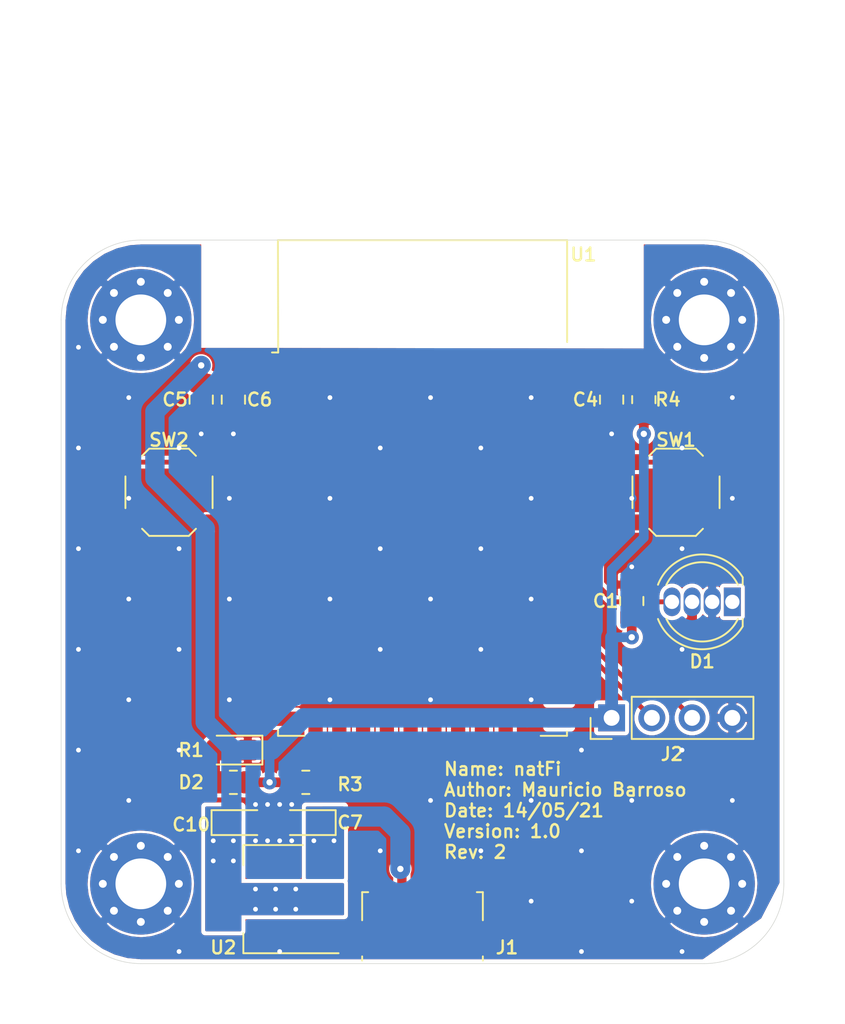
<source format=kicad_pcb>
(kicad_pcb (version 20171130) (host pcbnew 5.1.10-88a1d61d58~88~ubuntu20.10.1)
  (title_block (title natFi) (date 2021-05-14) (rev 1) (comment 3 "email: mauriciobarroso1990@gmail.com") (comment 4 "Author: Mauricio Barroso Benavides"))
  (layers (0 F.Cu signal) (31 B.Cu signal) (34 B.Paste user) (35 F.Paste user) (36 B.SilkS user) (37 F.SilkS user) (38 B.Mask user) (39 F.Mask user) (44 Edge.Cuts user))
  (net 0 "")
  (net 1 +3V3)
  (net 2 GND)
  (net 3 +5V)
  (net 4 /RGB)
  (net 5 "Net-(D2-Pad2)")
  (net 6 "Net-(J1-Pad6)")
  (net 7 /RXD)
  (net 8 /TXD)
  (net 9 "Net-(C4-Pad2)")
  (net 10 "Net-(SW2-Pad2)")
  (net 11 "Net-(R3-Pad1)")
  (module Resistor_SMD:R_0805_2012Metric_Pad1.20x1.40mm_HandSolder (layer F.Cu) (at 137.414 74.422)
    (fp_text reference R1 (at -2.667 -2.032) (layer F.SilkS) (effects (font (size 0.8128 0.8128) (thickness 0.1524))))
    (fp_text value 5.1K)
    (fp_line (start -0.227064 -0.735) (end 0.227064 -0.735) (layer F.SilkS) (width 0.12))
    (fp_line (start -0.227064 0.735) (end 0.227064 0.735) (layer F.SilkS) (width 0.12))
    (pad 1 smd roundrect (at -1 0) (size 1.2 1.4) (layers F.Cu F.Paste F.Mask) (roundrect_rratio 0.2083325) (net 5 "Net-(D2-Pad2)"))
    (pad 2 smd roundrect (at 1 0) (size 1.2 1.4) (layers F.Cu F.Paste F.Mask) (roundrect_rratio 0.2083325) (net 1 +3V3))
  )
  (module LED_SMD:LED_0805_2012Metric_Castellated (layer F.Cu) (at 137.3605 72.39 180)
    (fp_text reference D2 (at 2.6135 -2.032) (layer F.SilkS) (effects (font (size 0.8128 0.8128) (thickness 0.1524))))
    (fp_text value LED_PWR)
    (fp_line (start -1.885 0.91) (end 1 0.91) (layer F.SilkS) (width 0.12))
    (fp_line (start -1.885 -0.91) (end -1.885 0.91) (layer F.SilkS) (width 0.12))
    (fp_line (start 1 -0.91) (end -1.885 -0.91) (layer F.SilkS) (width 0.12))
    (pad 2 smd roundrect (at 0.9625 0 180) (size 1.325 1.3) (layers F.Cu F.Paste F.Mask) (roundrect_rratio 0.1923076923076923) (net 5 "Net-(D2-Pad2)"))
    (pad 1 smd roundrect (at -0.9625 0 180) (size 1.325 1.3) (layers F.Cu F.Paste F.Mask) (roundrect_rratio 0.1923076923076923) (net 2 GND))
  )
  (module Package_TO_SOT_SMD:SOT-223-3_TabPin2 (layer F.Cu) (at 139.954 81.788 180)
    (fp_text reference U2 (at 3.175 -3.048) (layer F.SilkS) (effects (font (size 0.8128 0.8128) (thickness 0.1524))))
    (fp_text value TLV1117-33)
    (fp_line (start -4.1 -3.41) (end 1.91 -3.41) (layer F.SilkS) (width 0.12))
    (fp_line (start -1.85 3.41) (end 1.91 3.41) (layer F.SilkS) (width 0.12))
    (fp_line (start 1.91 -3.41) (end 1.91 -2.15) (layer F.SilkS) (width 0.12))
    (fp_line (start 1.91 3.41) (end 1.91 2.15) (layer F.SilkS) (width 0.12))
    (pad 1 smd rect (at -3.15 -2.3 180) (size 2 1.5) (layers F.Cu F.Paste F.Mask) (net 2 GND))
    (pad 3 smd rect (at -3.15 2.3 180) (size 2 1.5) (layers F.Cu F.Paste F.Mask) (net 3 +5V))
    (pad 2 smd rect (at -3.15 0 180) (size 2 1.5) (layers F.Cu F.Paste F.Mask) (net 1 +3V3))
    (pad 2 smd rect (at 3.15 0 180) (size 2 3.8) (layers F.Cu F.Paste F.Mask) (net 1 +3V3))
  )
  (module Button_Switch_SMD:SW_SPST_TL3342 (layer F.Cu) (at 133.35 56.134 180)
    (fp_text reference SW2 (at 0 3.302) (layer F.SilkS) (effects (font (size 0.8128 0.8128) (thickness 0.1524))))
    (fp_text value BOOT)
    (fp_line (start -1.25 -2.75) (end 1.25 -2.75) (layer F.SilkS) (width 0.12))
    (fp_line (start -2.75 -1) (end -2.75 1) (layer F.SilkS) (width 0.12))
    (fp_line (start -1.25 2.75) (end 1.25 2.75) (layer F.SilkS) (width 0.12))
    (fp_line (start 2.75 -1) (end 2.75 1) (layer F.SilkS) (width 0.12))
    (fp_line (start -1.7 -2.3) (end -1.25 -2.75) (layer F.SilkS) (width 0.12))
    (fp_line (start 1.7 -2.3) (end 1.25 -2.75) (layer F.SilkS) (width 0.12))
    (fp_line (start 1.7 2.3) (end 1.25 2.75) (layer F.SilkS) (width 0.12))
    (fp_line (start -1.7 2.3) (end -1.25 2.75) (layer F.SilkS) (width 0.12))
    (pad 2 smd rect (at 3.15 1.9 180) (size 1.7 1) (layers F.Cu F.Paste F.Mask) (net 10 "Net-(SW2-Pad2)"))
    (pad 2 smd rect (at -3.15 1.9 180) (size 1.7 1) (layers F.Cu F.Paste F.Mask) (net 10 "Net-(SW2-Pad2)"))
    (pad 1 smd rect (at 3.15 -1.9 180) (size 1.7 1) (layers F.Cu F.Paste F.Mask) (net 2 GND))
    (pad 1 smd rect (at -3.15 -1.9 180) (size 1.7 1) (layers F.Cu F.Paste F.Mask) (net 2 GND))
  )
  (module Button_Switch_SMD:SW_SPST_TL3342 (layer F.Cu) (at 165.354 56.134 180)
    (fp_text reference SW1 (at 0 3.302) (layer F.SilkS) (effects (font (size 0.8128 0.8128) (thickness 0.1524))))
    (fp_text value RESET)
    (fp_line (start -1.25 -2.75) (end 1.25 -2.75) (layer F.SilkS) (width 0.12))
    (fp_line (start -2.75 -1) (end -2.75 1) (layer F.SilkS) (width 0.12))
    (fp_line (start -1.25 2.75) (end 1.25 2.75) (layer F.SilkS) (width 0.12))
    (fp_line (start 2.75 -1) (end 2.75 1) (layer F.SilkS) (width 0.12))
    (fp_line (start -1.7 -2.3) (end -1.25 -2.75) (layer F.SilkS) (width 0.12))
    (fp_line (start 1.7 -2.3) (end 1.25 -2.75) (layer F.SilkS) (width 0.12))
    (fp_line (start 1.7 2.3) (end 1.25 2.75) (layer F.SilkS) (width 0.12))
    (fp_line (start -1.7 2.3) (end -1.25 2.75) (layer F.SilkS) (width 0.12))
    (pad 2 smd rect (at 3.15 1.9 180) (size 1.7 1) (layers F.Cu F.Paste F.Mask) (net 9 "Net-(C4-Pad2)"))
    (pad 2 smd rect (at -3.15 1.9 180) (size 1.7 1) (layers F.Cu F.Paste F.Mask) (net 9 "Net-(C4-Pad2)"))
    (pad 1 smd rect (at 3.15 -1.9 180) (size 1.7 1) (layers F.Cu F.Paste F.Mask) (net 2 GND))
    (pad 1 smd rect (at -3.15 -1.9 180) (size 1.7 1) (layers F.Cu F.Paste F.Mask) (net 2 GND))
  )
  (module Connector_PinHeader_2.54mm:PinHeader_1x04_P2.54mm_Vertical (layer F.Cu) (at 161.29 70.358 90)
    (fp_text reference J2 (at -2.286 3.81 180) (layer F.SilkS) (effects (font (size 0.8128 0.8128) (thickness 0.1524))))
    (fp_text value CONN_PROG)
    (fp_line (start -1.33 -1.33) (end 0 -1.33) (layer F.SilkS) (width 0.12))
    (fp_line (start -1.33 0) (end -1.33 -1.33) (layer F.SilkS) (width 0.12))
    (fp_line (start -1.33 1.27) (end 1.33 1.27) (layer F.SilkS) (width 0.12))
    (fp_line (start 1.33 1.27) (end 1.33 8.95) (layer F.SilkS) (width 0.12))
    (fp_line (start -1.33 1.27) (end -1.33 8.95) (layer F.SilkS) (width 0.12))
    (fp_line (start -1.33 8.95) (end 1.33 8.95) (layer F.SilkS) (width 0.12))
    (pad 4 thru_hole oval (at 0 7.62 90) (size 1.7 1.7) (drill 1) (layers *.Cu *.Mask) (net 2 GND))
    (pad 3 thru_hole oval (at 0 5.08 90) (size 1.7 1.7) (drill 1) (layers *.Cu *.Mask) (net 7 /RXD))
    (pad 2 thru_hole oval (at 0 2.54 90) (size 1.7 1.7) (drill 1) (layers *.Cu *.Mask) (net 8 /TXD))
    (pad 1 thru_hole rect (at 0 0 90) (size 1.7 1.7) (drill 1) (layers *.Cu *.Mask) (net 1 +3V3))
  )
  (module MountingHole:MountingHole_3.2mm_M3_Pad_Via (layer F.Cu) (at 131.572 45.2628)
    (fp_text reference H4 hide)
    (fp_text value MountingHole_Pad)
    (pad 1 thru_hole circle (at 0 0) (size 6.4 6.4) (drill 3.2) (layers *.Cu *.Mask) (net 2 GND))
    (pad 1 thru_hole circle (at 2.4 0) (size 0.8 0.8) (drill 0.5) (layers *.Cu *.Mask) (net 2 GND))
    (pad 1 thru_hole circle (at 1.697056 1.697056) (size 0.8 0.8) (drill 0.5) (layers *.Cu *.Mask) (net 2 GND))
    (pad 1 thru_hole circle (at 0 2.4) (size 0.8 0.8) (drill 0.5) (layers *.Cu *.Mask) (net 2 GND))
    (pad 1 thru_hole circle (at -1.697056 1.697056) (size 0.8 0.8) (drill 0.5) (layers *.Cu *.Mask) (net 2 GND))
    (pad 1 thru_hole circle (at -2.4 0) (size 0.8 0.8) (drill 0.5) (layers *.Cu *.Mask) (net 2 GND))
    (pad 1 thru_hole circle (at -1.697056 -1.697056) (size 0.8 0.8) (drill 0.5) (layers *.Cu *.Mask) (net 2 GND))
    (pad 1 thru_hole circle (at 0 -2.4) (size 0.8 0.8) (drill 0.5) (layers *.Cu *.Mask) (net 2 GND))
    (pad 1 thru_hole circle (at 1.697056 -1.697056) (size 0.8 0.8) (drill 0.5) (layers *.Cu *.Mask) (net 2 GND))
  )
  (module MountingHole:MountingHole_3.2mm_M3_Pad_Via (layer F.Cu) (at 167.132 45.2628)
    (fp_text reference H3 hide)
    (fp_text value MountingHole_Pad)
    (pad 1 thru_hole circle (at 0 0) (size 6.4 6.4) (drill 3.2) (layers *.Cu *.Mask) (net 2 GND))
    (pad 1 thru_hole circle (at 2.4 0) (size 0.8 0.8) (drill 0.5) (layers *.Cu *.Mask) (net 2 GND))
    (pad 1 thru_hole circle (at 1.697056 1.697056) (size 0.8 0.8) (drill 0.5) (layers *.Cu *.Mask) (net 2 GND))
    (pad 1 thru_hole circle (at 0 2.4) (size 0.8 0.8) (drill 0.5) (layers *.Cu *.Mask) (net 2 GND))
    (pad 1 thru_hole circle (at -1.697056 1.697056) (size 0.8 0.8) (drill 0.5) (layers *.Cu *.Mask) (net 2 GND))
    (pad 1 thru_hole circle (at -2.4 0) (size 0.8 0.8) (drill 0.5) (layers *.Cu *.Mask) (net 2 GND))
    (pad 1 thru_hole circle (at -1.697056 -1.697056) (size 0.8 0.8) (drill 0.5) (layers *.Cu *.Mask) (net 2 GND))
    (pad 1 thru_hole circle (at 0 -2.4) (size 0.8 0.8) (drill 0.5) (layers *.Cu *.Mask) (net 2 GND))
    (pad 1 thru_hole circle (at 1.697056 -1.697056) (size 0.8 0.8) (drill 0.5) (layers *.Cu *.Mask) (net 2 GND))
  )
  (module MountingHole:MountingHole_3.2mm_M3_Pad_Via (layer F.Cu) (at 167.132 80.8228)
    (fp_text reference H2 hide)
    (fp_text value MountingHole_Pad)
    (pad 1 thru_hole circle (at 0 0) (size 6.4 6.4) (drill 3.2) (layers *.Cu *.Mask) (net 2 GND))
    (pad 1 thru_hole circle (at 2.4 0) (size 0.8 0.8) (drill 0.5) (layers *.Cu *.Mask) (net 2 GND))
    (pad 1 thru_hole circle (at 1.697056 1.697056) (size 0.8 0.8) (drill 0.5) (layers *.Cu *.Mask) (net 2 GND))
    (pad 1 thru_hole circle (at 0 2.4) (size 0.8 0.8) (drill 0.5) (layers *.Cu *.Mask) (net 2 GND))
    (pad 1 thru_hole circle (at -1.697056 1.697056) (size 0.8 0.8) (drill 0.5) (layers *.Cu *.Mask) (net 2 GND))
    (pad 1 thru_hole circle (at -2.4 0) (size 0.8 0.8) (drill 0.5) (layers *.Cu *.Mask) (net 2 GND))
    (pad 1 thru_hole circle (at -1.697056 -1.697056) (size 0.8 0.8) (drill 0.5) (layers *.Cu *.Mask) (net 2 GND))
    (pad 1 thru_hole circle (at 0 -2.4) (size 0.8 0.8) (drill 0.5) (layers *.Cu *.Mask) (net 2 GND))
    (pad 1 thru_hole circle (at 1.697056 -1.697056) (size 0.8 0.8) (drill 0.5) (layers *.Cu *.Mask) (net 2 GND))
  )
  (module MountingHole:MountingHole_3.2mm_M3_Pad_Via (layer F.Cu) (at 131.572 80.8228)
    (fp_text reference H1 hide)
    (fp_text value MountingHole_Pad)
    (pad 1 thru_hole circle (at 0 0) (size 6.4 6.4) (drill 3.2) (layers *.Cu *.Mask) (net 2 GND))
    (pad 1 thru_hole circle (at 2.4 0) (size 0.8 0.8) (drill 0.5) (layers *.Cu *.Mask) (net 2 GND))
    (pad 1 thru_hole circle (at 1.697056 1.697056) (size 0.8 0.8) (drill 0.5) (layers *.Cu *.Mask) (net 2 GND))
    (pad 1 thru_hole circle (at 0 2.4) (size 0.8 0.8) (drill 0.5) (layers *.Cu *.Mask) (net 2 GND))
    (pad 1 thru_hole circle (at -1.697056 1.697056) (size 0.8 0.8) (drill 0.5) (layers *.Cu *.Mask) (net 2 GND))
    (pad 1 thru_hole circle (at -2.4 0) (size 0.8 0.8) (drill 0.5) (layers *.Cu *.Mask) (net 2 GND))
    (pad 1 thru_hole circle (at -1.697056 -1.697056) (size 0.8 0.8) (drill 0.5) (layers *.Cu *.Mask) (net 2 GND))
    (pad 1 thru_hole circle (at 0 -2.4) (size 0.8 0.8) (drill 0.5) (layers *.Cu *.Mask) (net 2 GND))
    (pad 1 thru_hole circle (at 1.697056 -1.697056) (size 0.8 0.8) (drill 0.5) (layers *.Cu *.Mask) (net 2 GND))
  )
  (module RF_Module:ESP32-S2-WROVER (layer F.Cu) (at 149.352 59.69)
    (fp_text reference U1 (at 10.16 -18.542 180) (layer F.SilkS) (effects (font (size 0.8128 0.8128) (thickness 0.1524))))
    (fp_text value ESP32-S2-WROVER)
    (fp_line (start -9.12 11.8) (end -7.46 11.8) (layer F.SilkS) (width 0.12))
    (fp_line (start -9.12 11.44) (end -9.12 11.8) (layer F.SilkS) (width 0.12))
    (fp_line (start 9.12 11.8) (end 7.46 11.8) (layer F.SilkS) (width 0.12))
    (fp_line (start 9.12 11.54) (end 9.12 11.8) (layer F.SilkS) (width 0.12))
    (fp_line (start -9.125 -19.45) (end 9.13 -19.45) (layer F.SilkS) (width 0.12))
    (fp_line (start -9.11 -12.37) (end -9.125 -19.45) (layer F.SilkS) (width 0.12))
    (fp_line (start 9.13 -13.03) (end 9.13 -19.45) (layer F.SilkS) (width 0.12))
    (fp_line (start -9.11 -12.37) (end -9.5 -12.37) (layer F.SilkS) (width 0.12))
    (pad 43 smd rect (at -1.19 -3.735) (size 4.1 4.1) (layers F.Cu F.Paste F.Mask) (net 2 GND))
    (pad 42 smd rect (at 8.625 -11.675) (size 1.5 0.9) (layers F.Cu F.Paste F.Mask) (net 2 GND))
    (pad 41 smd rect (at 8.625 -10.275) (size 1.5 0.9) (layers F.Cu F.Paste F.Mask) (net 9 "Net-(C4-Pad2)"))
    (pad 40 smd rect (at 8.625 -8.775) (size 1.5 0.9) (layers F.Cu F.Paste F.Mask))
    (pad 39 smd rect (at 8.625 -7.175) (size 1.5 0.9) (layers F.Cu F.Paste F.Mask) (net 4 /RGB))
    (pad 25 smd rect (at 5.25 11.475) (size 0.9 1.5) (layers F.Cu F.Paste F.Mask))
    (pad 26 smd rect (at 6.75 11.475) (size 0.9 1.5) (layers F.Cu F.Paste F.Mask) (net 2 GND))
    (pad 27 smd rect (at 8.625 10.825) (size 1.5 0.9) (layers F.Cu F.Paste F.Mask))
    (pad 28 smd rect (at 8.625 9.325) (size 1.5 0.9) (layers F.Cu F.Paste F.Mask))
    (pad 29 smd rect (at 8.625 7.825) (size 1.5 0.9) (layers F.Cu F.Paste F.Mask))
    (pad 30 smd rect (at 8.625 6.325) (size 1.5 0.9) (layers F.Cu F.Paste F.Mask))
    (pad 31 smd rect (at 8.625 4.825) (size 1.5 0.9) (layers F.Cu F.Paste F.Mask))
    (pad 32 smd rect (at 8.625 3.325) (size 1.5 0.9) (layers F.Cu F.Paste F.Mask))
    (pad 33 smd rect (at 8.625 1.825) (size 1.5 0.9) (layers F.Cu F.Paste F.Mask))
    (pad 34 smd rect (at 8.625 0.325) (size 1.5 0.9) (layers F.Cu F.Paste F.Mask))
    (pad 35 smd rect (at 8.625 -1.175) (size 1.5 0.9) (layers F.Cu F.Paste F.Mask))
    (pad 36 smd rect (at 8.625 -2.675) (size 1.5 0.9) (layers F.Cu F.Paste F.Mask))
    (pad 37 smd rect (at 8.625 -4.175) (size 1.5 0.9) (layers F.Cu F.Paste F.Mask) (net 8 /TXD))
    (pad 38 smd rect (at 8.625 -5.675) (size 1.5 0.9) (layers F.Cu F.Paste F.Mask) (net 7 /RXD))
    (pad 14 smd rect (at -8.625 7.725) (size 1.5 0.9) (layers F.Cu F.Paste F.Mask))
    (pad 13 smd rect (at -8.625 6.225) (size 1.5 0.9) (layers F.Cu F.Paste F.Mask))
    (pad 12 smd rect (at -8.625 4.725) (size 1.5 0.9) (layers F.Cu F.Paste F.Mask))
    (pad 11 smd rect (at -8.625 3.225) (size 1.5 0.9) (layers F.Cu F.Paste F.Mask))
    (pad 10 smd rect (at -8.625 1.725) (size 1.5 0.9) (layers F.Cu F.Paste F.Mask))
    (pad 9 smd rect (at -8.625 0.225) (size 1.5 0.9) (layers F.Cu F.Paste F.Mask))
    (pad 8 smd rect (at -8.625 -1.275) (size 1.5 0.9) (layers F.Cu F.Paste F.Mask))
    (pad 7 smd rect (at -8.625 -2.775) (size 1.5 0.9) (layers F.Cu F.Paste F.Mask))
    (pad 6 smd rect (at -8.625 -4.275) (size 1.5 0.9) (layers F.Cu F.Paste F.Mask))
    (pad 5 smd rect (at -8.625 -5.775) (size 1.5 0.9) (layers F.Cu F.Paste F.Mask))
    (pad 4 smd rect (at -8.625 -7.275) (size 1.5 0.9) (layers F.Cu F.Paste F.Mask))
    (pad 3 smd rect (at -8.625 -8.775) (size 1.5 0.9) (layers F.Cu F.Paste F.Mask) (net 10 "Net-(SW2-Pad2)"))
    (pad 2 smd rect (at -8.625 -10.275) (size 1.5 0.9) (layers F.Cu F.Paste F.Mask) (net 1 +3V3))
    (pad 24 smd rect (at 3.75 11.475) (size 0.9 1.5) (layers F.Cu F.Paste F.Mask))
    (pad 23 smd rect (at 2.25 11.475) (size 0.9 1.5) (layers F.Cu F.Paste F.Mask))
    (pad 22 smd rect (at 0.75 11.475) (size 0.9 1.5) (layers F.Cu F.Paste F.Mask))
    (pad 21 smd rect (at -0.75 11.475) (size 0.9 1.5) (layers F.Cu F.Paste F.Mask) (net 11 "Net-(R3-Pad1)"))
    (pad 20 smd rect (at -2.25 11.475) (size 0.9 1.5) (layers F.Cu F.Paste F.Mask))
    (pad 19 smd rect (at -3.75 11.475) (size 0.9 1.5) (layers F.Cu F.Paste F.Mask))
    (pad 18 smd rect (at -5.25 11.475) (size 0.9 1.5) (layers F.Cu F.Paste F.Mask))
    (pad 17 smd rect (at -6.75 11.475) (size 0.9 1.5) (layers F.Cu F.Paste F.Mask))
    (pad 16 smd rect (at -8.625 10.725 180) (size 1.5 0.9) (layers F.Cu F.Paste F.Mask))
    (pad 15 smd rect (at -8.625 9.225 180) (size 1.5 0.9) (layers F.Cu F.Paste F.Mask))
    (pad 1 smd rect (at -8.625 -11.775) (size 1.5 0.9) (layers F.Cu F.Paste F.Mask) (net 2 GND))
  )
  (module LED_THT:LED_D5.0mm-4_RGB (layer F.Cu) (at 168.91 63.0428 180)
    (fp_text reference D1 (at 1.905 -3.7592) (layer F.SilkS) (effects (font (size 0.8128 0.8128) (thickness 0.1524))))
    (fp_text value NeoPixel_THT)
    (fp_line (start -0.655 1.08) (end -0.655 1.545) (layer F.SilkS) (width 0.12))
    (fp_line (start -0.655 -1.545) (end -0.655 -1.08) (layer F.SilkS) (width 0.12))
    (fp_arc (start 1.905 0) (end -0.655 -1.54483) (angle 127.7) (layer F.SilkS) (width 0.12))
    (fp_arc (start 1.905 0) (end -0.655 1.54483) (angle -127.7) (layer F.SilkS) (width 0.12))
    (fp_arc (start 1.905 0) (end -0.349684 -1.08) (angle 128.8) (layer F.SilkS) (width 0.12))
    (fp_arc (start 1.905 0) (end -0.349684 1.08) (angle -128.8) (layer F.SilkS) (width 0.12))
    (pad 1 thru_hole rect (at 0 0 180) (size 1.07 1.8) (drill 0.9) (layers *.Cu *.Mask))
    (pad 2 thru_hole oval (at 1.27 0 180) (size 1.07 1.8) (drill 0.9) (layers *.Cu *.Mask) (net 2 GND))
    (pad 3 thru_hole oval (at 2.54 0 180) (size 1.07 1.8) (drill 0.9) (layers *.Cu *.Mask) (net 1 +3V3))
    (pad 4 thru_hole oval (at 3.81 0 180) (size 1.07 1.8) (drill 0.9) (layers *.Cu *.Mask) (net 4 /RGB))
  )
  (module Resistor_SMD:R_0805_2012Metric_Pad1.20x1.40mm_HandSolder (layer F.Cu) (at 141.986 74.422 180)
    (fp_text reference R3 (at -2.794 -0.127) (layer F.SilkS) (effects (font (size 0.8128 0.8128) (thickness 0.1524))))
    (fp_text value 10K)
    (fp_line (start -0.227064 0.735) (end 0.227064 0.735) (layer F.SilkS) (width 0.12))
    (fp_line (start -0.227064 -0.735) (end 0.227064 -0.735) (layer F.SilkS) (width 0.12))
    (pad 1 smd roundrect (at -1 0 180) (size 1.2 1.4) (layers F.Cu F.Paste F.Mask) (roundrect_rratio 0.2083325) (net 11 "Net-(R3-Pad1)"))
    (pad 2 smd roundrect (at 1 0 180) (size 1.2 1.4) (layers F.Cu F.Paste F.Mask) (roundrect_rratio 0.2083325) (net 1 +3V3))
  )
  (module Capacitor_Tantalum_SMD:CP_EIA-2012-15_AVX-P_Pad1.30x1.05mm_HandSolder (layer F.Cu) (at 137.922 76.962)
    (fp_text reference C10 (at -3.175 0.127) (layer F.SilkS) (effects (font (size 0.8128 0.8128) (thickness 0.1524))))
    (fp_text value 10u)
    (fp_line (start -1.885 0.785) (end 1 0.785) (layer F.SilkS) (width 0.12))
    (fp_line (start -1.885 -0.785) (end -1.885 0.785) (layer F.SilkS) (width 0.12))
    (fp_line (start 1 -0.785) (end -1.885 -0.785) (layer F.SilkS) (width 0.12))
    (pad 2 smd roundrect (at 0.975 0) (size 1.3 1.05) (layers F.Cu F.Paste F.Mask) (roundrect_rratio 0.2380942857142857) (net 2 GND))
    (pad 1 smd roundrect (at -0.975 0) (size 1.3 1.05) (layers F.Cu F.Paste F.Mask) (roundrect_rratio 0.2380942857142857) (net 1 +3V3))
  )
  (module Capacitor_Tantalum_SMD:CP_EIA-2012-15_AVX-P_Pad1.30x1.05mm_HandSolder (layer F.Cu) (at 141.986 76.962 180)
    (fp_text reference C7 (at -2.794 0) (layer F.SilkS) (effects (font (size 0.8128 0.8128) (thickness 0.1524))))
    (fp_text value 10u)
    (fp_line (start -1.885 0.785) (end 1 0.785) (layer F.SilkS) (width 0.12))
    (fp_line (start -1.885 -0.785) (end -1.885 0.785) (layer F.SilkS) (width 0.12))
    (fp_line (start 1 -0.785) (end -1.885 -0.785) (layer F.SilkS) (width 0.12))
    (pad 2 smd roundrect (at 0.975 0 180) (size 1.3 1.05) (layers F.Cu F.Paste F.Mask) (roundrect_rratio 0.2380942857142857) (net 2 GND))
    (pad 1 smd roundrect (at -0.975 0 180) (size 1.3 1.05) (layers F.Cu F.Paste F.Mask) (roundrect_rratio 0.2380942857142857) (net 3 +5V))
  )
  (module Connector_USB:USB_Micro-B_Molex_47346-0001 (layer F.Cu) (at 149.352 83.058)
    (fp_text reference J1 (at 5.334 1.778 180) (layer F.SilkS) (effects (font (size 0.8128 0.8128) (thickness 0.1524))))
    (fp_text value PWR_CONN)
    (fp_line (start 3.81 -1.71) (end 3.43 -1.71) (layer F.SilkS) (width 0.12))
    (fp_line (start 3.81 2.34) (end 3.81 2.6) (layer F.SilkS) (width 0.12))
    (fp_line (start 3.81 -1.71) (end 3.81 0.06) (layer F.SilkS) (width 0.12))
    (fp_line (start -3.81 -1.71) (end -3.43 -1.71) (layer F.SilkS) (width 0.12))
    (fp_line (start -3.81 0.06) (end -3.81 -1.71) (layer F.SilkS) (width 0.12))
    (fp_line (start -3.81 2.6) (end -3.81 2.34) (layer F.SilkS) (width 0.12))
    (pad 1 smd rect (at -1.3 -1.46) (size 0.45 1.38) (layers F.Cu F.Paste F.Mask) (net 3 +5V))
    (pad 2 smd rect (at -0.65 -1.46) (size 0.45 1.38) (layers F.Cu F.Paste F.Mask))
    (pad 3 smd rect (at 0 -1.46) (size 0.45 1.38) (layers F.Cu F.Paste F.Mask))
    (pad 4 smd rect (at 0.65 -1.46) (size 0.45 1.38) (layers F.Cu F.Paste F.Mask))
    (pad 5 smd rect (at 1.3 -1.46) (size 0.45 1.38) (layers F.Cu F.Paste F.Mask) (net 2 GND))
    (pad 6 smd rect (at -2.4875 -1.375) (size 1.425 1.55) (layers F.Cu F.Paste F.Mask) (net 6 "Net-(J1-Pad6)"))
    (pad 6 smd rect (at 2.4875 -1.375) (size 1.425 1.55) (layers F.Cu F.Paste F.Mask) (net 6 "Net-(J1-Pad6)"))
    (pad 6 smd rect (at -3.375 1.2) (size 1.65 1.3) (layers F.Cu F.Paste F.Mask) (net 6 "Net-(J1-Pad6)"))
    (pad 6 smd rect (at 3.375 1.2) (size 1.65 1.3) (layers F.Cu F.Paste F.Mask) (net 6 "Net-(J1-Pad6)"))
    (pad 6 smd rect (at -1.15 1.2) (size 1.8 1.9) (layers F.Cu F.Paste F.Mask) (net 6 "Net-(J1-Pad6)"))
    (pad 6 smd rect (at 1.55 1.2) (size 1 1.9) (layers F.Cu F.Paste F.Mask) (net 6 "Net-(J1-Pad6)"))
  )
  (module Capacitor_SMD:C_0805_2012Metric_Pad1.18x1.45mm_HandSolder (layer F.Cu) (at 162.56 62.992 270)
    (fp_text reference C1 (at 0 1.651 180) (layer F.SilkS) (effects (font (size 0.8128 0.8128) (thickness 0.1524))))
    (fp_text value 100n)
    (fp_line (start -0.261252 0.735) (end 0.261252 0.735) (layer F.SilkS) (width 0.12))
    (fp_line (start -0.261252 -0.735) (end 0.261252 -0.735) (layer F.SilkS) (width 0.12))
    (pad 2 smd roundrect (at 1.0375 0 270) (size 1.175 1.45) (layers F.Cu F.Paste F.Mask) (roundrect_rratio 0.2127659574468085) (net 2 GND))
    (pad 1 smd roundrect (at -1.0375 0 270) (size 1.175 1.45) (layers F.Cu F.Paste F.Mask) (roundrect_rratio 0.2127659574468085) (net 1 +3V3))
  )
  (module Capacitor_SMD:C_0805_2012Metric_Pad1.18x1.45mm_HandSolder (layer F.Cu) (at 161.29 50.292 90)
    (fp_text reference C4 (at 0 -1.651 180) (layer F.SilkS) (effects (font (size 0.8128 0.8128) (thickness 0.1524))))
    (fp_text value 1u)
    (fp_line (start -0.261252 -0.735) (end 0.261252 -0.735) (layer F.SilkS) (width 0.12))
    (fp_line (start -0.261252 0.735) (end 0.261252 0.735) (layer F.SilkS) (width 0.12))
    (pad 1 smd roundrect (at -1.0375 0 90) (size 1.175 1.45) (layers F.Cu F.Paste F.Mask) (roundrect_rratio 0.2127659574468085) (net 2 GND))
    (pad 2 smd roundrect (at 1.0375 0 90) (size 1.175 1.45) (layers F.Cu F.Paste F.Mask) (roundrect_rratio 0.2127659574468085) (net 9 "Net-(C4-Pad2)"))
  )
  (module Resistor_SMD:R_0805_2012Metric_Pad1.20x1.40mm_HandSolder (layer F.Cu) (at 163.322 50.292 270)
    (fp_text reference R4 (at 0 -1.524 180) (layer F.SilkS) (effects (font (size 0.8128 0.8128) (thickness 0.1524))))
    (fp_text value 10K)
    (fp_line (start -0.227064 -0.735) (end 0.227064 -0.735) (layer F.SilkS) (width 0.12))
    (fp_line (start -0.227064 0.735) (end 0.227064 0.735) (layer F.SilkS) (width 0.12))
    (pad 1 smd roundrect (at -1 0 270) (size 1.2 1.4) (layers F.Cu F.Paste F.Mask) (roundrect_rratio 0.2083325) (net 9 "Net-(C4-Pad2)"))
    (pad 2 smd roundrect (at 1 0 270) (size 1.2 1.4) (layers F.Cu F.Paste F.Mask) (roundrect_rratio 0.2083325) (net 1 +3V3))
  )
  (module Capacitor_SMD:C_0805_2012Metric_Pad1.18x1.45mm_HandSolder (layer F.Cu) (at 137.414 50.292 90)
    (fp_text reference C6 (at 0 1.651 180) (layer F.SilkS) (effects (font (size 0.8128 0.8128) (thickness 0.1524))))
    (fp_text value 100n)
    (fp_line (start -0.261252 -0.735) (end 0.261252 -0.735) (layer F.SilkS) (width 0.12))
    (fp_line (start -0.261252 0.735) (end 0.261252 0.735) (layer F.SilkS) (width 0.12))
    (pad 1 smd roundrect (at -1.0375 0 90) (size 1.175 1.45) (layers F.Cu F.Paste F.Mask) (roundrect_rratio 0.2127659574468085) (net 2 GND))
    (pad 2 smd roundrect (at 1.0375 0 90) (size 1.175 1.45) (layers F.Cu F.Paste F.Mask) (roundrect_rratio 0.2127659574468085) (net 1 +3V3))
  )
  (module Capacitor_SMD:C_0805_2012Metric_Pad1.18x1.45mm_HandSolder (layer F.Cu) (at 135.382 50.292 90)
    (fp_text reference C5 (at 0 -1.651 180) (layer F.SilkS) (effects (font (size 0.8128 0.8128) (thickness 0.1524))))
    (fp_text value 22u)
    (fp_line (start -0.261252 -0.735) (end 0.261252 -0.735) (layer F.SilkS) (width 0.12))
    (fp_line (start -0.261252 0.735) (end 0.261252 0.735) (layer F.SilkS) (width 0.12))
    (pad 1 smd roundrect (at -1.0375 0 90) (size 1.175 1.45) (layers F.Cu F.Paste F.Mask) (roundrect_rratio 0.2127659574468085) (net 2 GND))
    (pad 2 smd roundrect (at 1.0375 0 90) (size 1.175 1.45) (layers F.Cu F.Paste F.Mask) (roundrect_rratio 0.2127659574468085) (net 1 +3V3))
  )
  (gr_arc (start 167.132 80.8228) (end 167.132 85.852) (angle -90) (layer Edge.Cuts) (width 0.038099))
  (gr_text "Name: natFi\nAuthor: Mauricio Barroso\nDate: 14/05/21\nVersion: 1.0\nRev: 2\n" (at 150.622 76.2) (layer F.SilkS) (effects (font (size 0.8128 0.8128) (thickness 0.1524)) (justify left)))
  (gr_arc (start 131.572 45.2628) (end 131.572 40.2336) (angle -90) (layer Edge.Cuts) (width 0.038099))
  (gr_arc (start 167.132 45.2628) (end 172.1612 45.2628) (angle -90) (layer Edge.Cuts) (width 0.038099))
  (gr_arc (start 131.572 80.8228) (end 126.5428 80.8228) (angle -90) (layer Edge.Cuts) (width 0.038099))
  (gr_line (start 172.1612 45.2628) (end 172.1612 80.8228) (layer Edge.Cuts) (width 0.038099))
  (gr_line (start 131.572 40.2336) (end 167.132 40.2336) (layer Edge.Cuts) (width 0.038099))
  (gr_line (start 126.5428 80.8228) (end 126.5428 45.2628) (layer Edge.Cuts) (width 0.038099))
  (gr_line (start 167.132 85.852) (end 131.572 85.852) (layer Edge.Cuts) (width 0.038099))
  (via (at 162.56 65.278) (size 0.9) (drill 0.4) (layers F.Cu B.Cu) (net 1))
  (segment (start 162.56 64.0295) (end 162.56 65.278) (width 0.6096) (layer F.Cu) (net 1))
  (via (at 137.414 78.105) (size 0.6) (drill 0.3) (layers F.Cu B.Cu) (net 1))
  (via (at 136.144 78.105) (size 0.6) (drill 0.3) (layers F.Cu B.Cu) (net 1))
  (via (at 136.144 79.375) (size 0.6) (drill 0.3) (layers F.Cu B.Cu) (net 1))
  (via (at 137.414 79.375) (size 0.6) (drill 0.3) (layers F.Cu B.Cu) (net 1))
  (via (at 138.811 81.153) (size 0.6) (drill 0.3) (layers F.Cu B.Cu) (net 1))
  (via (at 138.811 82.423) (size 0.6) (drill 0.3) (layers F.Cu B.Cu) (net 1))
  (via (at 141.351 82.423) (size 0.6) (drill 0.3) (layers F.Cu B.Cu) (net 1))
  (via (at 163.322 52.451) (size 0.9) (drill 0.4) (layers F.Cu B.Cu) (net 1))
  (via (at 135.382 48.133) (size 0.9) (drill 0.4) (layers F.Cu B.Cu) (net 1))
  (segment (start 162.56 65.278) (end 161.29 65.278) (width 0.6096) (layer B.Cu) (net 1))
  (via (at 139.7 74.422) (size 0.9) (drill 0.4) (layers F.Cu B.Cu) (net 1))
  (segment (start 140.986 74.422) (end 139.7 74.422) (width 0.6096) (layer F.Cu) (net 1))
  (segment (start 163.322 51.292) (end 163.322 52.578) (width 0.6096) (layer F.Cu) (net 1))
  (segment (start 135.382 49.2545) (end 135.382 48.133) (width 0.8128) (layer F.Cu) (net 1))
  (segment (start 135.382 49.2545) (end 137.414 49.2545) (width 0.8128) (layer F.Cu) (net 1))
  (segment (start 137.414 49.2545) (end 138.7895 49.2545) (width 0.8128) (layer F.Cu) (net 1))
  (segment (start 138.95 49.415) (end 140.727 49.415) (width 0.8128) (layer F.Cu) (net 1))
  (segment (start 138.7895 49.2545) (end 138.95 49.415) (width 0.8128) (layer F.Cu) (net 1))
  (segment (start 162.56 64.0295) (end 163.5975 64.0295) (width 0.6096) (layer F.Cu) (net 1))
  (segment (start 163.5975 64.0295) (end 164.084 64.516) (width 0.6096) (layer F.Cu) (net 1))
  (segment (start 164.084 64.516) (end 165.989 64.516) (width 0.6096) (layer F.Cu) (net 1))
  (segment (start 166.37 64.135) (end 166.37 63.0428) (width 0.6096) (layer F.Cu) (net 1))
  (segment (start 165.989 64.516) (end 166.37 64.135) (width 0.6096) (layer F.Cu) (net 1))
  (segment (start 161.29 70.358) (end 161.29 65.278) (width 0.8128) (layer B.Cu) (net 1))
  (segment (start 163.322 58.987934) (end 163.322 52.451) (width 0.6096) (layer B.Cu) (net 1))
  (segment (start 161.29 61.019934) (end 163.322 58.987934) (width 0.6096) (layer B.Cu) (net 1))
  (segment (start 161.29 65.278) (end 161.29 61.019934) (width 0.6096) (layer B.Cu) (net 1))
  (segment (start 139.827 72.39) (end 141.859 70.358) (width 1.2192) (layer B.Cu) (net 1))
  (segment (start 155.956 70.358) (end 161.29 70.358) (width 1.2192) (layer B.Cu) (net 1))
  (segment (start 141.859 70.358) (end 155.956 70.358) (width 1.2192) (layer B.Cu) (net 1))
  (segment (start 139.7 72.517) (end 139.827 72.39) (width 0.6096) (layer B.Cu) (net 1))
  (segment (start 139.7 74.422) (end 139.7 72.517) (width 0.6096) (layer B.Cu) (net 1))
  (segment (start 137.287 76.835) (end 137.287 72.39) (width 1.27) (layer B.Cu) (net 1))
  (segment (start 137.414 72.39) (end 139.827 72.39) (width 1.2192) (layer B.Cu) (net 1))
  (segment (start 135.636 70.612) (end 137.414 72.39) (width 1.2192) (layer B.Cu) (net 1))
  (segment (start 135.636 58.42) (end 135.636 70.612) (width 1.2192) (layer B.Cu) (net 1))
  (segment (start 132.461 55.245) (end 135.636 58.42) (width 1.2192) (layer B.Cu) (net 1))
  (segment (start 132.461 51.054) (end 132.461 55.245) (width 1.2192) (layer B.Cu) (net 1))
  (segment (start 135.382 48.133) (end 132.461 51.054) (width 1.2192) (layer B.Cu) (net 1))
  (segment (start 138.414 74.422) (end 139.7 74.422) (width 0.6096) (layer F.Cu) (net 1))
  (via (at 140.081 82.423) (size 0.6) (drill 0.3) (layers F.Cu B.Cu) (net 1))
  (via (at 140.081 81.153) (size 0.6) (drill 0.3) (layers F.Cu B.Cu) (net 1))
  (via (at 141.351 81.153) (size 0.6) (drill 0.3) (layers F.Cu B.Cu) (net 1))
  (via (at 162.56 60.833) (size 0.6) (drill 0.3) (layers F.Cu B.Cu) (net 1))
  (segment (start 162.56 61.9545) (end 162.56 60.833) (width 0.3048) (layer F.Cu) (net 1))
  (via (at 161.29 52.451) (size 0.6) (drill 0.3) (layers F.Cu B.Cu) (net 2))
  (segment (start 161.29 51.3295) (end 161.29 52.451) (width 0.3048) (layer F.Cu) (net 2))
  (segment (start 135.382 51.3295) (end 135.382 52.451) (width 0.4064) (layer F.Cu) (net 2))
  (via (at 135.382 52.451) (size 0.6) (drill 0.3) (layers F.Cu B.Cu) (net 2))
  (segment (start 137.414 51.3295) (end 137.414 52.451) (width 0.3048) (layer F.Cu) (net 2))
  (via (at 137.414 52.451) (size 0.6) (drill 0.3) (layers F.Cu B.Cu) (net 2))
  (via (at 138.811 75.819) (size 0.6) (drill 0.3) (layers F.Cu B.Cu) (net 2))
  (via (at 141.097 75.819) (size 0.6) (drill 0.3) (layers F.Cu B.Cu) (net 2))
  (via (at 139.573 75.819) (size 0.6) (drill 0.3) (layers F.Cu B.Cu) (net 2))
  (via (at 138.811 78.105) (size 0.6) (drill 0.3) (layers F.Cu B.Cu) (net 2))
  (via (at 141.097 78.105) (size 0.6) (drill 0.3) (layers F.Cu B.Cu) (net 2))
  (via (at 139.573 78.105) (size 0.6) (drill 0.3) (layers F.Cu B.Cu) (net 2))
  (via (at 140.335 75.819) (size 0.6) (drill 0.3) (layers F.Cu B.Cu) (net 2))
  (via (at 140.335 78.105) (size 0.6) (drill 0.3) (layers F.Cu B.Cu) (net 2))
  (via (at 133.985 85.09) (size 0.6) (drill 0.3) (layers F.Cu B.Cu) (net 2))
  (via (at 140.335 85.09) (size 0.6) (drill 0.3) (layers F.Cu B.Cu) (net 2))
  (via (at 159.385 85.09) (size 0.6) (drill 0.3) (layers F.Cu B.Cu) (net 2))
  (via (at 165.735 85.09) (size 0.6) (drill 0.3) (layers F.Cu B.Cu) (net 2))
  (via (at 162.56 81.915) (size 0.6) (drill 0.3) (layers F.Cu B.Cu) (net 2))
  (via (at 156.21 81.915) (size 0.6) (drill 0.3) (layers F.Cu B.Cu) (net 2))
  (via (at 127.635 78.74) (size 0.6) (drill 0.3) (layers F.Cu B.Cu) (net 2))
  (via (at 146.685 78.74) (size 0.6) (drill 0.3) (layers F.Cu B.Cu) (net 2))
  (via (at 153.035 78.74) (size 0.6) (drill 0.3) (layers F.Cu B.Cu) (net 2))
  (via (at 159.385 78.74) (size 0.6) (drill 0.3) (layers F.Cu B.Cu) (net 2))
  (via (at 168.91 75.565) (size 0.6) (drill 0.3) (layers F.Cu B.Cu) (net 2))
  (via (at 162.56 75.565) (size 0.6) (drill 0.3) (layers F.Cu B.Cu) (net 2))
  (via (at 156.21 75.565) (size 0.6) (drill 0.3) (layers F.Cu B.Cu) (net 2))
  (via (at 149.86 75.565) (size 0.6) (drill 0.3) (layers F.Cu B.Cu) (net 2))
  (via (at 130.81 75.565) (size 0.6) (drill 0.3) (layers F.Cu B.Cu) (net 2))
  (via (at 127.635 72.39) (size 0.6) (drill 0.3) (layers F.Cu B.Cu) (net 2))
  (via (at 133.985 72.39) (size 0.6) (drill 0.3) (layers F.Cu B.Cu) (net 2))
  (via (at 159.385 72.39) (size 0.6) (drill 0.3) (layers F.Cu B.Cu) (net 2))
  (via (at 165.735 72.39) (size 0.6) (drill 0.3) (layers F.Cu B.Cu) (net 2))
  (via (at 156.21 69.215) (size 0.6) (drill 0.3) (layers F.Cu B.Cu) (net 2))
  (via (at 149.86 69.215) (size 0.6) (drill 0.3) (layers F.Cu B.Cu) (net 2))
  (via (at 143.51 69.215) (size 0.6) (drill 0.3) (layers F.Cu B.Cu) (net 2))
  (via (at 130.81 69.215) (size 0.6) (drill 0.3) (layers F.Cu B.Cu) (net 2))
  (via (at 127.635 66.04) (size 0.6) (drill 0.3) (layers F.Cu B.Cu) (net 2))
  (via (at 133.985 66.04) (size 0.6) (drill 0.3) (layers F.Cu B.Cu) (net 2))
  (via (at 146.685 66.04) (size 0.6) (drill 0.3) (layers F.Cu B.Cu) (net 2))
  (via (at 153.035 66.04) (size 0.6) (drill 0.3) (layers F.Cu B.Cu) (net 2))
  (via (at 156.21 62.865) (size 0.6) (drill 0.3) (layers F.Cu B.Cu) (net 2))
  (via (at 149.86 62.865) (size 0.6) (drill 0.3) (layers F.Cu B.Cu) (net 2))
  (via (at 143.51 62.865) (size 0.6) (drill 0.3) (layers F.Cu B.Cu) (net 2))
  (via (at 130.81 62.865) (size 0.6) (drill 0.3) (layers F.Cu B.Cu) (net 2))
  (via (at 127.635 59.69) (size 0.6) (drill 0.3) (layers F.Cu B.Cu) (net 2))
  (via (at 133.985 59.69) (size 0.6) (drill 0.3) (layers F.Cu B.Cu) (net 2))
  (via (at 146.685 59.69) (size 0.6) (drill 0.3) (layers F.Cu B.Cu) (net 2))
  (via (at 153.035 59.69) (size 0.6) (drill 0.3) (layers F.Cu B.Cu) (net 2))
  (via (at 165.735 59.69) (size 0.6) (drill 0.3) (layers F.Cu B.Cu) (net 2))
  (via (at 168.91 56.515) (size 0.6) (drill 0.3) (layers F.Cu B.Cu) (net 2))
  (via (at 162.56 56.515) (size 0.6) (drill 0.3) (layers F.Cu B.Cu) (net 2))
  (via (at 156.21 56.515) (size 0.6) (drill 0.3) (layers F.Cu B.Cu) (net 2))
  (via (at 143.51 56.515) (size 0.6) (drill 0.3) (layers F.Cu B.Cu) (net 2))
  (via (at 130.81 56.515) (size 0.6) (drill 0.3) (layers F.Cu B.Cu) (net 2))
  (via (at 127.635 53.34) (size 0.6) (drill 0.3) (layers F.Cu B.Cu) (net 2))
  (via (at 133.985 53.34) (size 0.6) (drill 0.3) (layers F.Cu B.Cu) (net 2))
  (via (at 146.685 53.34) (size 0.6) (drill 0.3) (layers F.Cu B.Cu) (net 2))
  (via (at 153.035 53.34) (size 0.6) (drill 0.3) (layers F.Cu B.Cu) (net 2))
  (via (at 165.735 53.34) (size 0.6) (drill 0.3) (layers F.Cu B.Cu) (net 2))
  (via (at 168.91 50.165) (size 0.6) (drill 0.3) (layers F.Cu B.Cu) (net 2))
  (via (at 156.21 50.165) (size 0.6) (drill 0.3) (layers F.Cu B.Cu) (net 2))
  (via (at 149.86 50.165) (size 0.6) (drill 0.3) (layers F.Cu B.Cu) (net 2))
  (via (at 143.51 50.165) (size 0.6) (drill 0.3) (layers F.Cu B.Cu) (net 2))
  (via (at 130.81 50.165) (size 0.6) (drill 0.3) (layers F.Cu B.Cu) (net 2))
  (via (at 127.635 46.99) (size 0.6) (drill 0.3) (layers F.Cu B.Cu) (net 2))
  (via (at 137.16 62.865) (size 0.6) (drill 0.3) (layers F.Cu B.Cu) (net 2))
  (via (at 137.16 69.215) (size 0.6) (drill 0.3) (layers F.Cu B.Cu) (net 2))
  (via (at 137.16 56.515) (size 0.6) (drill 0.3) (layers F.Cu B.Cu) (net 2))
  (via (at 165.735 66.04) (size 0.6) (drill 0.3) (layers F.Cu B.Cu) (net 2))
  (via (at 143.764 78.105) (size 0.6) (drill 0.3) (layers F.Cu B.Cu) (net 3))
  (via (at 142.494 78.105) (size 0.6) (drill 0.3) (layers F.Cu B.Cu) (net 3))
  (via (at 147.955 79.883) (size 0.9) (drill 0.4) (layers F.Cu B.Cu) (net 3))
  (segment (start 148.052 79.98) (end 147.955 79.883) (width 0.508) (layer F.Cu) (net 3))
  (segment (start 148.052 81.598) (end 148.052 79.98) (width 0.5842) (layer F.Cu) (net 3))
  (segment (start 147.955 79.883) (end 147.955 77.597) (width 1.27) (layer B.Cu) (net 3))
  (segment (start 147.955 77.597) (end 146.939 76.581) (width 1.27) (layer B.Cu) (net 3))
  (segment (start 146.939 76.581) (end 143.129 76.581) (width 1.27) (layer B.Cu) (net 3))
  (segment (start 159.068 52.515) (end 157.977 52.515) (width 0.3048) (layer F.Cu) (net 4))
  (segment (start 160.401 61.976) (end 160.401 53.848) (width 0.3048) (layer F.Cu) (net 4))
  (segment (start 160.401 53.848) (end 159.068 52.515) (width 0.3048) (layer F.Cu) (net 4))
  (segment (start 161.4678 63.0428) (end 160.401 61.976) (width 0.3048) (layer F.Cu) (net 4))
  (segment (start 165.1 63.0428) (end 161.4678 63.0428) (width 0.3048) (layer F.Cu) (net 4))
  (segment (start 136.414 72.406) (end 136.398 72.39) (width 0.3048) (layer F.Cu) (net 5))
  (segment (start 136.414 74.422) (end 136.414 72.406) (width 0.3048) (layer F.Cu) (net 5))
  (segment (start 166.37 70.358) (end 164.973 68.961) (width 0.3048) (layer F.Cu) (net 7))
  (segment (start 164.973 68.961) (end 163.195 68.961) (width 0.3048) (layer F.Cu) (net 7))
  (segment (start 163.195 68.961) (end 159.893 65.659) (width 0.3048) (layer F.Cu) (net 7))
  (segment (start 159.893 65.659) (end 159.893 54.864) (width 0.3048) (layer F.Cu) (net 7))
  (segment (start 159.044 54.015) (end 157.977 54.015) (width 0.3048) (layer F.Cu) (net 7))
  (segment (start 159.893 54.864) (end 159.044 54.015) (width 0.3048) (layer F.Cu) (net 7))
  (segment (start 157.977 55.515) (end 159.02 55.515) (width 0.3048) (layer F.Cu) (net 8))
  (segment (start 159.02 55.515) (end 159.385 55.88) (width 0.3048) (layer F.Cu) (net 8))
  (segment (start 159.385 65.913) (end 163.83 70.358) (width 0.3048) (layer F.Cu) (net 8))
  (segment (start 159.385 55.88) (end 159.385 65.913) (width 0.3048) (layer F.Cu) (net 8))
  (segment (start 161.3275 49.292) (end 161.29 49.2545) (width 0.3048) (layer F.Cu) (net 9))
  (segment (start 163.322 49.292) (end 161.3275 49.292) (width 0.3048) (layer F.Cu) (net 9))
  (segment (start 161.29 49.2545) (end 159.9145 49.2545) (width 0.3048) (layer F.Cu) (net 9))
  (segment (start 159.754 49.415) (end 157.977 49.415) (width 0.3048) (layer F.Cu) (net 9))
  (segment (start 159.9145 49.2545) (end 159.754 49.415) (width 0.3048) (layer F.Cu) (net 9))
  (segment (start 166.64 49.292) (end 163.322 49.292) (width 0.3048) (layer F.Cu) (net 9))
  (segment (start 168.504 51.156) (end 166.64 49.292) (width 0.3048) (layer F.Cu) (net 9))
  (segment (start 168.504 54.234) (end 168.504 51.156) (width 0.3048) (layer F.Cu) (net 9))
  (segment (start 162.204 54.234) (end 168.504 54.234) (width 0.3048) (layer F.Cu) (net 9))
  (segment (start 130.2 54.234) (end 136.5 54.234) (width 0.3048) (layer F.Cu) (net 10))
  (segment (start 139.585 50.915) (end 140.727 50.915) (width 0.3048) (layer F.Cu) (net 10))
  (segment (start 138.938 51.562) (end 139.585 50.915) (width 0.3048) (layer F.Cu) (net 10))
  (segment (start 138.171 54.234) (end 138.938 53.467) (width 0.3048) (layer F.Cu) (net 10))
  (segment (start 138.938 53.467) (end 138.938 51.562) (width 0.3048) (layer F.Cu) (net 10))
  (segment (start 136.5 54.234) (end 138.171 54.234) (width 0.3048) (layer F.Cu) (net 10))
  (segment (start 148.602 71.165) (end 148.602 73.267) (width 0.3048) (layer F.Cu) (net 11))
  (segment (start 147.447 74.422) (end 142.986 74.422) (width 0.3048) (layer F.Cu) (net 11))
  (segment (start 148.602 73.267) (end 147.447 74.422) (width 0.3048) (layer F.Cu) (net 11))
  (zone (net 2) (net_name GND) (layer F.Cu) (connect_pads (clearance 0.254)) (min_thickness 0.0254) (fill yes (arc_segments 32) (thermal_gap 0.1524) (thermal_bridge_width 0.508))
    (polygon (pts (xy 174.117 87.757) (xy 124.587 87.757) (xy 124.587 38.354) (xy 174.117 38.354)))
  )
  (zone (net 0) (net_name "") (layers F&B.Cu) (connect_pads (clearance 0.1524)) (min_thickness 0.254)
    (keepout (tracks not_allowed) (vias not_allowed) (copperpour not_allowed))
    (fill (arc_segments 32) (thermal_gap 0.1524) (thermal_bridge_width 0.508))
    (polygon (pts (xy 163.322 47.069338) (xy 135.382 47.02858) (xy 135.382 40.347421) (xy 163.322 40.306662)))
  )
  (zone (net 2) (net_name GND) (layer B.Cu) (connect_pads (clearance 0.254)) (min_thickness 0.3048) (fill yes (arc_segments 32) (thermal_gap 0.1524) (thermal_bridge_width 0.508))
    (polygon (pts (xy 176.022 89.662) (xy 122.682 89.662) (xy 122.682 36.449) (xy 176.022 36.449)))
  )
  (zone (net 1) (net_name +3V3) (layer F.Cu) (priority 1) (connect_pads yes (clearance 0.1524)) (min_thickness 0.1524) (fill yes (arc_segments 32) (thermal_gap 0.1524) (thermal_bridge_width 0.508))
    (polygon (pts (xy 137.922 80.772) (xy 144.399 80.772) (xy 144.399 82.804) (xy 137.922 82.804) (xy 137.922 83.82) (xy 135.636 83.82) (xy 135.636 75.946) (xy 137.922 75.946)))
  )
  (zone (net 1) (net_name +3V3) (layer B.Cu) (priority 1) (connect_pads yes (clearance 0.1524)) (min_thickness 0.1524) (fill yes (arc_segments 32) (thermal_gap 0.1524) (thermal_bridge_width 0.508))
    (polygon (pts (xy 137.922 80.772) (xy 144.399 80.772) (xy 144.399 82.804) (xy 137.922 82.804) (xy 137.922 83.82) (xy 135.636 83.82) (xy 135.636 75.946) (xy 137.922 75.946)))
  )
  (zone (net 3) (net_name +5V) (layer F.Cu) (priority 1) (connect_pads yes (clearance 0.1524)) (min_thickness 0.1524) (fill yes (arc_segments 32) (thermal_gap 0.1524) (thermal_bridge_width 0.508))
    (polygon (pts (xy 144.399 80.518) (xy 141.986 80.518) (xy 141.986 75.946) (xy 144.399 75.946)))
  )
  (zone (net 3) (net_name +5V) (layer B.Cu) (priority 1) (connect_pads yes (clearance 0.1524)) (min_thickness 0.1524) (fill yes (arc_segments 32) (thermal_gap 0.1524) (thermal_bridge_width 0.508))
    (polygon (pts (xy 144.399 80.518) (xy 141.986 80.518) (xy 141.986 75.946) (xy 144.399 75.946)))
  )
)
</source>
